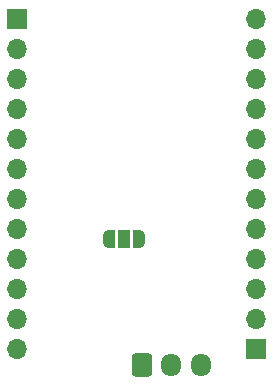
<source format=gbs>
G04 #@! TF.GenerationSoftware,KiCad,Pcbnew,7.0.1*
G04 #@! TF.CreationDate,2023-04-11T16:46:25+02:00*
G04 #@! TF.ProjectId,AFE_03,4146455f-3033-42e6-9b69-6361645f7063,rev?*
G04 #@! TF.SameCoordinates,Original*
G04 #@! TF.FileFunction,Soldermask,Bot*
G04 #@! TF.FilePolarity,Negative*
%FSLAX46Y46*%
G04 Gerber Fmt 4.6, Leading zero omitted, Abs format (unit mm)*
G04 Created by KiCad (PCBNEW 7.0.1) date 2023-04-11 16:46:25*
%MOMM*%
%LPD*%
G01*
G04 APERTURE LIST*
G04 Aperture macros list*
%AMRoundRect*
0 Rectangle with rounded corners*
0 $1 Rounding radius*
0 $2 $3 $4 $5 $6 $7 $8 $9 X,Y pos of 4 corners*
0 Add a 4 corners polygon primitive as box body*
4,1,4,$2,$3,$4,$5,$6,$7,$8,$9,$2,$3,0*
0 Add four circle primitives for the rounded corners*
1,1,$1+$1,$2,$3*
1,1,$1+$1,$4,$5*
1,1,$1+$1,$6,$7*
1,1,$1+$1,$8,$9*
0 Add four rect primitives between the rounded corners*
20,1,$1+$1,$2,$3,$4,$5,0*
20,1,$1+$1,$4,$5,$6,$7,0*
20,1,$1+$1,$6,$7,$8,$9,0*
20,1,$1+$1,$8,$9,$2,$3,0*%
%AMFreePoly0*
4,1,19,0.550000,-0.750000,0.000000,-0.750000,0.000000,-0.744911,-0.071157,-0.744911,-0.207708,-0.704816,-0.327430,-0.627875,-0.420627,-0.520320,-0.479746,-0.390866,-0.500000,-0.250000,-0.500000,0.250000,-0.479746,0.390866,-0.420627,0.520320,-0.327430,0.627875,-0.207708,0.704816,-0.071157,0.744911,0.000000,0.744911,0.000000,0.750000,0.550000,0.750000,0.550000,-0.750000,0.550000,-0.750000,
$1*%
%AMFreePoly1*
4,1,19,0.000000,0.744911,0.071157,0.744911,0.207708,0.704816,0.327430,0.627875,0.420627,0.520320,0.479746,0.390866,0.500000,0.250000,0.500000,-0.250000,0.479746,-0.390866,0.420627,-0.520320,0.327430,-0.627875,0.207708,-0.704816,0.071157,-0.744911,0.000000,-0.744911,0.000000,-0.750000,-0.550000,-0.750000,-0.550000,0.750000,0.000000,0.750000,0.000000,0.744911,0.000000,0.744911,
$1*%
G04 Aperture macros list end*
%ADD10RoundRect,0.250000X-0.600000X-0.725000X0.600000X-0.725000X0.600000X0.725000X-0.600000X0.725000X0*%
%ADD11O,1.700000X1.950000*%
%ADD12FreePoly0,180.000000*%
%ADD13R,1.000000X1.500000*%
%ADD14FreePoly1,180.000000*%
%ADD15R,1.700000X1.700000*%
%ADD16O,1.700000X1.700000*%
G04 APERTURE END LIST*
D10*
X100600000Y-65800000D03*
D11*
X103100000Y-65800000D03*
X105600000Y-65800000D03*
D12*
X100400000Y-55100000D03*
D13*
X99100000Y-55100000D03*
D14*
X97800000Y-55100000D03*
D15*
X110300000Y-64440000D03*
D16*
X110300000Y-61900000D03*
X110300000Y-59360000D03*
X110300000Y-56820000D03*
X110300000Y-54280000D03*
X110300000Y-51740000D03*
X110300000Y-49200000D03*
X110300000Y-46660000D03*
X110300000Y-44120000D03*
X110300000Y-41580000D03*
X110300000Y-39040000D03*
X110300000Y-36500000D03*
D15*
X90000000Y-36500000D03*
D16*
X90000000Y-39040000D03*
X90000000Y-41580000D03*
X90000000Y-44120000D03*
X90000000Y-46660000D03*
X90000000Y-49200000D03*
X90000000Y-51740000D03*
X90000000Y-54280000D03*
X90000000Y-56820000D03*
X90000000Y-59360000D03*
X90000000Y-61900000D03*
X90000000Y-64440000D03*
M02*

</source>
